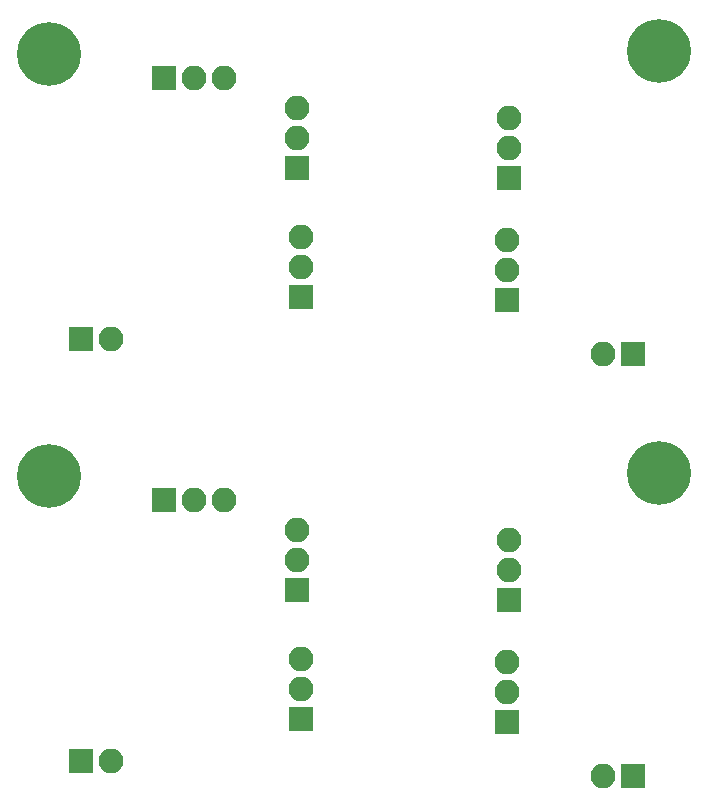
<source format=gbr>
G04 #@! TF.FileFunction,Soldermask,Bot*
%FSLAX46Y46*%
G04 Gerber Fmt 4.6, Leading zero omitted, Abs format (unit mm)*
G04 Created by KiCad (PCBNEW 4.0.6) date 07/05/17 10:03:53*
%MOMM*%
%LPD*%
G01*
G04 APERTURE LIST*
%ADD10C,0.100000*%
%ADD11R,2.100000X2.100000*%
%ADD12O,2.100000X2.100000*%
%ADD13C,5.400000*%
G04 APERTURE END LIST*
D10*
D11*
X58020000Y-77610000D03*
D12*
X58020000Y-75070000D03*
X58020000Y-72530000D03*
D13*
X37010000Y-68010000D03*
D11*
X46740000Y-69990000D03*
D12*
X49280000Y-69990000D03*
X51820000Y-69990000D03*
D11*
X39778000Y-92128000D03*
D12*
X42318000Y-92128000D03*
D11*
X75950000Y-78460000D03*
D12*
X75950000Y-75920000D03*
X75950000Y-73380000D03*
D11*
X75846000Y-88826000D03*
D12*
X75846000Y-86286000D03*
X75846000Y-83746000D03*
D13*
X88690000Y-67730000D03*
D11*
X86514000Y-93398000D03*
D12*
X83974000Y-93398000D03*
D11*
X58400000Y-88580000D03*
D12*
X58400000Y-86040000D03*
X58400000Y-83500000D03*
D13*
X88690000Y-31990000D03*
D11*
X75846000Y-53086000D03*
D12*
X75846000Y-50546000D03*
X75846000Y-48006000D03*
D11*
X75950000Y-42720000D03*
D12*
X75950000Y-40180000D03*
X75950000Y-37640000D03*
D11*
X58020000Y-41870000D03*
D12*
X58020000Y-39330000D03*
X58020000Y-36790000D03*
D11*
X58400000Y-52840000D03*
D12*
X58400000Y-50300000D03*
X58400000Y-47760000D03*
D11*
X39778000Y-56388000D03*
D12*
X42318000Y-56388000D03*
D11*
X86514000Y-57658000D03*
D12*
X83974000Y-57658000D03*
D11*
X46740000Y-34250000D03*
D12*
X49280000Y-34250000D03*
X51820000Y-34250000D03*
D13*
X37010000Y-32270000D03*
M02*

</source>
